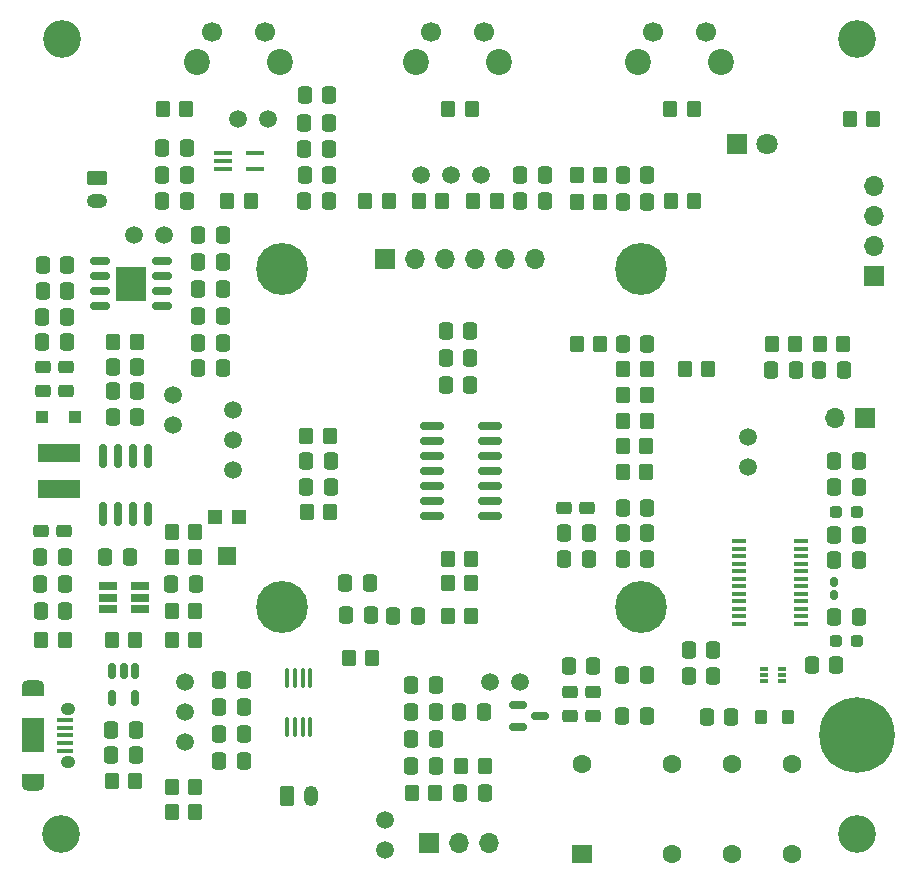
<source format=gts>
%TF.GenerationSoftware,KiCad,Pcbnew,(6.0.7)*%
%TF.CreationDate,2022-11-10T16:47:27-05:00*%
%TF.ProjectId,_HW_HandyRadio_,5f48575f-4861-46e6-9479-526164696f5f,rev?*%
%TF.SameCoordinates,Original*%
%TF.FileFunction,Soldermask,Top*%
%TF.FilePolarity,Negative*%
%FSLAX46Y46*%
G04 Gerber Fmt 4.6, Leading zero omitted, Abs format (unit mm)*
G04 Created by KiCad (PCBNEW (6.0.7)) date 2022-11-10 16:47:27*
%MOMM*%
%LPD*%
G01*
G04 APERTURE LIST*
G04 Aperture macros list*
%AMRoundRect*
0 Rectangle with rounded corners*
0 $1 Rounding radius*
0 $2 $3 $4 $5 $6 $7 $8 $9 X,Y pos of 4 corners*
0 Add a 4 corners polygon primitive as box body*
4,1,4,$2,$3,$4,$5,$6,$7,$8,$9,$2,$3,0*
0 Add four circle primitives for the rounded corners*
1,1,$1+$1,$2,$3*
1,1,$1+$1,$4,$5*
1,1,$1+$1,$6,$7*
1,1,$1+$1,$8,$9*
0 Add four rect primitives between the rounded corners*
20,1,$1+$1,$2,$3,$4,$5,0*
20,1,$1+$1,$4,$5,$6,$7,0*
20,1,$1+$1,$6,$7,$8,$9,0*
20,1,$1+$1,$8,$9,$2,$3,0*%
G04 Aperture macros list end*
%ADD10RoundRect,0.150000X-0.150000X0.512500X-0.150000X-0.512500X0.150000X-0.512500X0.150000X0.512500X0*%
%ADD11C,3.200000*%
%ADD12RoundRect,0.250000X-0.625000X0.350000X-0.625000X-0.350000X0.625000X-0.350000X0.625000X0.350000X0*%
%ADD13O,1.750000X1.200000*%
%ADD14RoundRect,0.250000X0.337500X0.475000X-0.337500X0.475000X-0.337500X-0.475000X0.337500X-0.475000X0*%
%ADD15RoundRect,0.250000X-0.337500X-0.475000X0.337500X-0.475000X0.337500X0.475000X-0.337500X0.475000X0*%
%ADD16C,1.500000*%
%ADD17R,1.500000X0.400000*%
%ADD18RoundRect,0.250000X0.350000X0.450000X-0.350000X0.450000X-0.350000X-0.450000X0.350000X-0.450000X0*%
%ADD19RoundRect,0.150000X0.675000X0.150000X-0.675000X0.150000X-0.675000X-0.150000X0.675000X-0.150000X0*%
%ADD20R,2.650000X3.000000*%
%ADD21RoundRect,0.250000X-0.350000X-0.450000X0.350000X-0.450000X0.350000X0.450000X-0.350000X0.450000X0*%
%ADD22R,1.200000X0.400000*%
%ADD23RoundRect,0.150000X-0.587500X-0.150000X0.587500X-0.150000X0.587500X0.150000X-0.587500X0.150000X0*%
%ADD24R,1.200000X1.200000*%
%ADD25R,1.600000X1.500000*%
%ADD26RoundRect,0.237500X0.287500X0.237500X-0.287500X0.237500X-0.287500X-0.237500X0.287500X-0.237500X0*%
%ADD27C,2.200000*%
%ADD28C,1.700000*%
%ADD29R,0.700000X0.340000*%
%ADD30RoundRect,0.100000X-0.100000X0.712500X-0.100000X-0.712500X0.100000X-0.712500X0.100000X0.712500X0*%
%ADD31RoundRect,0.250000X0.400000X0.275000X-0.400000X0.275000X-0.400000X-0.275000X0.400000X-0.275000X0*%
%ADD32C,0.800000*%
%ADD33C,6.400000*%
%ADD34RoundRect,0.160000X0.160000X-0.222500X0.160000X0.222500X-0.160000X0.222500X-0.160000X-0.222500X0*%
%ADD35R,1.350000X0.400000*%
%ADD36R,1.900000X0.875000*%
%ADD37O,1.900000X1.000000*%
%ADD38O,1.250000X1.050000*%
%ADD39R,1.900000X2.900000*%
%ADD40C,4.400000*%
%ADD41RoundRect,0.250000X-0.275000X-0.350000X0.275000X-0.350000X0.275000X0.350000X-0.275000X0.350000X0*%
%ADD42R,1.700000X1.700000*%
%ADD43O,1.700000X1.700000*%
%ADD44R,3.600000X1.500000*%
%ADD45R,1.560000X0.650000*%
%ADD46RoundRect,0.150000X-0.825000X-0.150000X0.825000X-0.150000X0.825000X0.150000X-0.825000X0.150000X0*%
%ADD47R,1.800000X1.800000*%
%ADD48C,1.800000*%
%ADD49RoundRect,0.150000X0.150000X-0.825000X0.150000X0.825000X-0.150000X0.825000X-0.150000X-0.825000X0*%
%ADD50C,1.600000*%
%ADD51R,1.800000X1.600000*%
%ADD52RoundRect,0.237500X-0.287500X-0.237500X0.287500X-0.237500X0.287500X0.237500X-0.287500X0.237500X0*%
%ADD53RoundRect,0.250000X-0.350000X-0.625000X0.350000X-0.625000X0.350000X0.625000X-0.350000X0.625000X0*%
%ADD54O,1.200000X1.750000*%
%ADD55R,1.100000X1.100000*%
G04 APERTURE END LIST*
D10*
X192884000Y-162708500D03*
X191934000Y-162708500D03*
X190984000Y-162708500D03*
X190984000Y-164983500D03*
X192884000Y-164983500D03*
D11*
X186608534Y-176537466D03*
D12*
X189648000Y-120920000D03*
D13*
X189648000Y-122920000D03*
D14*
X187140608Y-130487258D03*
X185065608Y-130487258D03*
D15*
X200040500Y-163465000D03*
X202115500Y-163465000D03*
D14*
X209313979Y-118489363D03*
X207238979Y-118489363D03*
D16*
X201586000Y-115967000D03*
D17*
X200383000Y-118873000D03*
X200383000Y-119523000D03*
X200383000Y-120173000D03*
X203043000Y-120173000D03*
X203043000Y-118873000D03*
D15*
X239791500Y-163084000D03*
X241866500Y-163084000D03*
D14*
X221292500Y-136160000D03*
X219217500Y-136160000D03*
D18*
X240203400Y-115154200D03*
X238203400Y-115154200D03*
D16*
X204126000Y-115967000D03*
D14*
X192971500Y-167656000D03*
X190896500Y-167656000D03*
X254185500Y-153305000D03*
X252110500Y-153305000D03*
D19*
X195194000Y-131826000D03*
X195194000Y-130556000D03*
X195194000Y-129286000D03*
X195194000Y-128016000D03*
X189944000Y-128016000D03*
X189944000Y-129286000D03*
X189944000Y-130556000D03*
X189944000Y-131826000D03*
D20*
X192569000Y-129921000D03*
D14*
X212783500Y-155210000D03*
X210708500Y-155210000D03*
D18*
X198007249Y-153029791D03*
X196007249Y-153029791D03*
D21*
X195252000Y-115103400D03*
X197252000Y-115103400D03*
D11*
X254045534Y-176537466D03*
D22*
X249271000Y-158702500D03*
X249271000Y-158067500D03*
X249271000Y-157432500D03*
X249271000Y-156797500D03*
X249271000Y-156162500D03*
X249271000Y-155527500D03*
X249271000Y-154892500D03*
X249271000Y-154257500D03*
X249271000Y-153622500D03*
X249271000Y-152987500D03*
X249271000Y-152352500D03*
X249271000Y-151717500D03*
X244071000Y-151717500D03*
X244071000Y-152352500D03*
X244071000Y-152987500D03*
X244071000Y-153622500D03*
X244071000Y-154257500D03*
X244071000Y-154892500D03*
X244071000Y-155527500D03*
X244071000Y-156162500D03*
X244071000Y-156797500D03*
X244071000Y-157432500D03*
X244071000Y-158067500D03*
X244071000Y-158702500D03*
D15*
X216296500Y-166132000D03*
X218371500Y-166132000D03*
D16*
X214032000Y-177816000D03*
D15*
X198262500Y-137049000D03*
X200337500Y-137049000D03*
X229250500Y-153178000D03*
X231325500Y-153178000D03*
X210798500Y-157988000D03*
X212873500Y-157988000D03*
X200040500Y-165751000D03*
X202115500Y-165751000D03*
D23*
X225345373Y-165582438D03*
X225345373Y-167482438D03*
X227220373Y-166532438D03*
D14*
X221292500Y-133874000D03*
X219217500Y-133874000D03*
D16*
X244816800Y-145405600D03*
D21*
X190934000Y-160036000D03*
X192934000Y-160036000D03*
D15*
X198262500Y-130318000D03*
X200337500Y-130318000D03*
D24*
X201697000Y-149675500D03*
D25*
X200697000Y-152925500D03*
D24*
X199697000Y-149675500D03*
D18*
X255418000Y-115967000D03*
X253418000Y-115967000D03*
D15*
X216296500Y-168418000D03*
X218371500Y-168418000D03*
D21*
X234204000Y-141494000D03*
X236204000Y-141494000D03*
D14*
X209317500Y-122936000D03*
X207242500Y-122936000D03*
D15*
X198262500Y-134890000D03*
X200337500Y-134890000D03*
D21*
X219382000Y-153178000D03*
X221382000Y-153178000D03*
D26*
X254023000Y-149257000D03*
X252273000Y-149257000D03*
D27*
X198176000Y-111137000D03*
X205176000Y-111137000D03*
D28*
X199426000Y-108637000D03*
X203926000Y-108637000D03*
D14*
X243386611Y-166572327D03*
X241311611Y-166572327D03*
D15*
X229250500Y-151019000D03*
X231325500Y-151019000D03*
D11*
X186727000Y-109220000D03*
D29*
X246138000Y-162568000D03*
X246138000Y-163068000D03*
X246138000Y-163568000D03*
X247638000Y-163568000D03*
X247638000Y-163068000D03*
X247638000Y-162568000D03*
D16*
X219620000Y-120666000D03*
D21*
X234220000Y-137160000D03*
X236220000Y-137160000D03*
D14*
X187140608Y-128324292D03*
X185065608Y-128324292D03*
D21*
X216916000Y-122936000D03*
X218916000Y-122936000D03*
D15*
X195969749Y-155313208D03*
X198044749Y-155313208D03*
X246776500Y-137176000D03*
X248851500Y-137176000D03*
D18*
X232304000Y-120666000D03*
X230304000Y-120666000D03*
X248814000Y-135017000D03*
X246814000Y-135017000D03*
D15*
X191023500Y-136922000D03*
X193098500Y-136922000D03*
X198262500Y-128032000D03*
X200337500Y-128032000D03*
D21*
X221504000Y-122936000D03*
X223504000Y-122936000D03*
D14*
X209313979Y-116280929D03*
X207238979Y-116280929D03*
X187129500Y-134874591D03*
X185054500Y-134874591D03*
D30*
X207731000Y-163257500D03*
X207081000Y-163257500D03*
X206431000Y-163257500D03*
X205781000Y-163257500D03*
X205781000Y-167482500D03*
X206431000Y-167482500D03*
X207081000Y-167482500D03*
X207731000Y-167482500D03*
D16*
X201205000Y-140605000D03*
D14*
X236278500Y-120666000D03*
X234203500Y-120666000D03*
D31*
X186903000Y-150876000D03*
X184953000Y-150876000D03*
D15*
X239791500Y-160925000D03*
X241866500Y-160925000D03*
D18*
X232304000Y-134991600D03*
X230304000Y-134991600D03*
D32*
X252302944Y-169845056D03*
X256400000Y-168148000D03*
X252302944Y-166450944D03*
D33*
X254000000Y-168148000D03*
D32*
X254000000Y-170548000D03*
X255697056Y-166450944D03*
X251600000Y-168148000D03*
X254000000Y-165748000D03*
X255697056Y-169845056D03*
D16*
X192823000Y-125746000D03*
D34*
X252115148Y-156306500D03*
X252115148Y-155161500D03*
D14*
X192463500Y-153051000D03*
X190388500Y-153051000D03*
D16*
X196125000Y-139335000D03*
D14*
X236278500Y-134991600D03*
X234203500Y-134991600D03*
D35*
X186934800Y-169450300D03*
X186934800Y-168800300D03*
X186934800Y-168150300D03*
X186934800Y-167500300D03*
X186934800Y-166850300D03*
D36*
X184259800Y-171887800D03*
D37*
X184259800Y-163975300D03*
D36*
X184259800Y-164412800D03*
D37*
X184259800Y-172325300D03*
D38*
X187259800Y-165925300D03*
D39*
X184259800Y-168150300D03*
D38*
X187259800Y-170375300D03*
D40*
X205359000Y-157242000D03*
X235749000Y-157242000D03*
X205359000Y-128667000D03*
X235749000Y-128667000D03*
D14*
X222435500Y-166132000D03*
X220360500Y-166132000D03*
D41*
X245851200Y-166589200D03*
X248151200Y-166589200D03*
D18*
X198014000Y-174641000D03*
X196014000Y-174641000D03*
D16*
X244816800Y-142865600D03*
D18*
X213000000Y-161560000D03*
X211000000Y-161560000D03*
D14*
X209335353Y-113892741D03*
X207260353Y-113892741D03*
D18*
X186965000Y-160036000D03*
X184965000Y-160036000D03*
D15*
X216296500Y-170704000D03*
X218371500Y-170704000D03*
D11*
X254045534Y-109227466D03*
D42*
X217783450Y-177292000D03*
D43*
X220323450Y-177292000D03*
X222863450Y-177292000D03*
D15*
X234203500Y-148941425D03*
X236278500Y-148941425D03*
D31*
X231644000Y-164481000D03*
X229694000Y-164481000D03*
D27*
X242514000Y-111137000D03*
X235514000Y-111137000D03*
D28*
X236764000Y-108637000D03*
X241264000Y-108637000D03*
D44*
X186436000Y-147321000D03*
X186436000Y-144271000D03*
D15*
X234163625Y-163042687D03*
X236238625Y-163042687D03*
D14*
X227605500Y-120666000D03*
X225530500Y-120666000D03*
D15*
X234203500Y-153178000D03*
X236278500Y-153178000D03*
D14*
X209326969Y-120666000D03*
X207251969Y-120666000D03*
D21*
X196004080Y-157623000D03*
X198004080Y-157623000D03*
D15*
X216296500Y-163846000D03*
X218371500Y-163846000D03*
D21*
X190934000Y-171974000D03*
X192934000Y-171974000D03*
D16*
X214032000Y-175276000D03*
D15*
X250193814Y-162195000D03*
X252268814Y-162195000D03*
X184890500Y-155337000D03*
X186965500Y-155337000D03*
D16*
X225462000Y-163592000D03*
D21*
X250878000Y-135017000D03*
X252878000Y-135017000D03*
D42*
X254677000Y-141290800D03*
D43*
X252137000Y-141290800D03*
D15*
X252110500Y-144948400D03*
X254185500Y-144948400D03*
D45*
X190584000Y-155530000D03*
X190584000Y-156480000D03*
X190584000Y-157430000D03*
X193284000Y-157430000D03*
X193284000Y-156480000D03*
X193284000Y-155530000D03*
D15*
X220450500Y-172990000D03*
X222525500Y-172990000D03*
D31*
X231172333Y-148939416D03*
X229222333Y-148939416D03*
D14*
X200337500Y-125746000D03*
X198262500Y-125746000D03*
D21*
X207444000Y-149241000D03*
X209444000Y-149241000D03*
D14*
X209481500Y-147082000D03*
X207406500Y-147082000D03*
D16*
X196125000Y-141875000D03*
D46*
X217997000Y-141986000D03*
X217997000Y-143256000D03*
X217997000Y-144526000D03*
X217997000Y-145796000D03*
X217997000Y-147066000D03*
X217997000Y-148336000D03*
X217997000Y-149606000D03*
X222947000Y-149606000D03*
X222947000Y-148336000D03*
X222947000Y-147066000D03*
X222947000Y-145796000D03*
X222947000Y-144526000D03*
X222947000Y-143256000D03*
X222947000Y-141986000D03*
D14*
X221292500Y-138446000D03*
X219217500Y-138446000D03*
X252915500Y-137176000D03*
X250840500Y-137176000D03*
D16*
X217080000Y-120666000D03*
D18*
X221382000Y-158004000D03*
X219382000Y-158004000D03*
D15*
X229605458Y-162316541D03*
X231680458Y-162316541D03*
D16*
X222160000Y-120666000D03*
D14*
X202115500Y-170323000D03*
X200040500Y-170323000D03*
D18*
X221382000Y-155210000D03*
X219382000Y-155210000D03*
D16*
X195363000Y-125746000D03*
D21*
X234172061Y-145812000D03*
X236172061Y-145812000D03*
D15*
X200040500Y-168037000D03*
X202115500Y-168037000D03*
D14*
X216847500Y-158004000D03*
X214772500Y-158004000D03*
D15*
X234203500Y-151019000D03*
X236278500Y-151019000D03*
D16*
X201205000Y-145685000D03*
D21*
X196014000Y-172482000D03*
X198014000Y-172482000D03*
D14*
X236278500Y-122952000D03*
X234203500Y-122952000D03*
D15*
X195214500Y-122925037D03*
X197289500Y-122925037D03*
D14*
X254185500Y-151162000D03*
X252110500Y-151162000D03*
D18*
X198014000Y-160036000D03*
X196014000Y-160036000D03*
D47*
X243835000Y-118110000D03*
D48*
X246375000Y-118110000D03*
D18*
X221407400Y-115128800D03*
X219407400Y-115128800D03*
D21*
X230304000Y-122952000D03*
X232304000Y-122952000D03*
X239448000Y-137150600D03*
X241448000Y-137150600D03*
X191051425Y-134879943D03*
X193051425Y-134879943D03*
D15*
X185054500Y-132692139D03*
X187129500Y-132692139D03*
D16*
X222922000Y-163592000D03*
D21*
X220501926Y-170716990D03*
X222501926Y-170716990D03*
D18*
X209407000Y-142764000D03*
X207407000Y-142764000D03*
D15*
X191023500Y-141224000D03*
X193098500Y-141224000D03*
D42*
X214026100Y-127809958D03*
D43*
X216566100Y-127809958D03*
X219106100Y-127809958D03*
X221646100Y-127809958D03*
X224186100Y-127809958D03*
X226726100Y-127809958D03*
D15*
X195214500Y-118462702D03*
X197289500Y-118462702D03*
D21*
X196014000Y-150892000D03*
X198014000Y-150892000D03*
D15*
X234163625Y-166513000D03*
X236238625Y-166513000D03*
D16*
X197115600Y-163592000D03*
D15*
X207369500Y-144907000D03*
X209444500Y-144907000D03*
D21*
X238254200Y-122926600D03*
X240254200Y-122926600D03*
D49*
X190156000Y-149430000D03*
X191426000Y-149430000D03*
X192696000Y-149430000D03*
X193966000Y-149430000D03*
X193966000Y-144480000D03*
X192696000Y-144480000D03*
X191426000Y-144480000D03*
X190156000Y-144480000D03*
D21*
X234188000Y-143653000D03*
X236188000Y-143653000D03*
D14*
X227605500Y-122936000D03*
X225530500Y-122936000D03*
D15*
X252110500Y-147132800D03*
X254185500Y-147132800D03*
D50*
X238324500Y-178235500D03*
X243404500Y-178235500D03*
X248484500Y-178235500D03*
X238324500Y-170615500D03*
X243404500Y-170615500D03*
X248484500Y-170615500D03*
D51*
X230704500Y-178235500D03*
D50*
X230704500Y-170615500D03*
D14*
X193098500Y-138954000D03*
X191023500Y-138954000D03*
X192971500Y-169815000D03*
X190896500Y-169815000D03*
D52*
X252273000Y-160163000D03*
X254023000Y-160163000D03*
D27*
X223718000Y-111137000D03*
X216718000Y-111137000D03*
D28*
X217968000Y-108637000D03*
X222468000Y-108637000D03*
D31*
X187067000Y-138954000D03*
X185117000Y-138954000D03*
D21*
X216334000Y-172990000D03*
X218334000Y-172990000D03*
D42*
X255434000Y-129241200D03*
D43*
X255434000Y-126701200D03*
X255434000Y-124161200D03*
X255434000Y-121621200D03*
D15*
X198262500Y-132604000D03*
X200337500Y-132604000D03*
X184890500Y-153051000D03*
X186965500Y-153051000D03*
D31*
X187086486Y-136922000D03*
X185136486Y-136922000D03*
D53*
X205756000Y-173318000D03*
D54*
X207756000Y-173318000D03*
D15*
X195208384Y-120666000D03*
X197283384Y-120666000D03*
D18*
X236220000Y-139335000D03*
X234220000Y-139335000D03*
D55*
X187836000Y-141224000D03*
X185036000Y-141224000D03*
D16*
X201205000Y-143145000D03*
D31*
X231644000Y-166513000D03*
X229694000Y-166513000D03*
D21*
X200689926Y-122926018D03*
X202689926Y-122926018D03*
D16*
X197115600Y-166132000D03*
X197115600Y-168672000D03*
D21*
X212360000Y-122936000D03*
X214360000Y-122936000D03*
D14*
X254185500Y-158147000D03*
X252110500Y-158147000D03*
D15*
X184927500Y-157623000D03*
X187002500Y-157623000D03*
M02*

</source>
